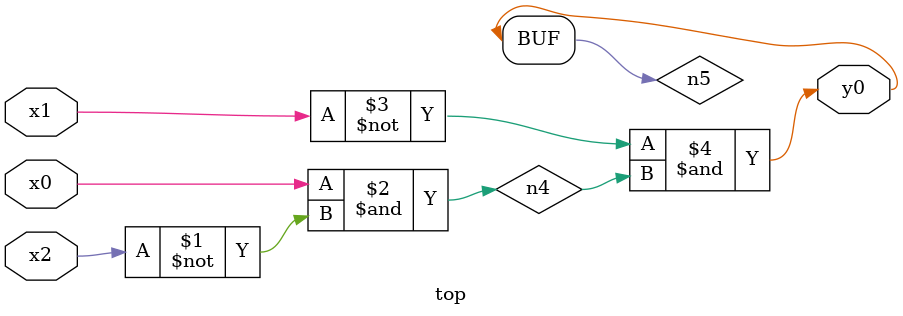
<source format=v>
module top( x0 , x1 , x2 , y0 );
  input x0 , x1 , x2 ;
  output y0 ;
  wire n4 , n5 ;
  assign n4 = x0 & ~x2 ;
  assign n5 = ~x1 & n4 ;
  assign y0 = n5 ;
endmodule

</source>
